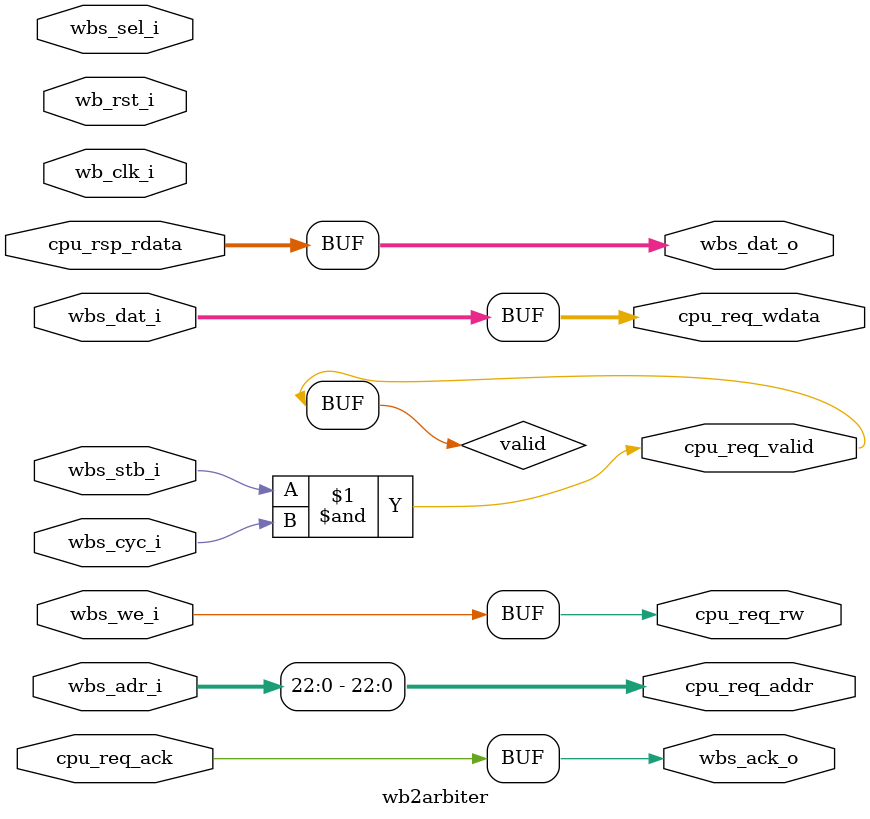
<source format=v>
module wb2arbiter (
    // wb interface
    input         wb_clk_i,
    input         wb_rst_i,
    input         wbs_stb_i,
    input         wbs_cyc_i,
    input         wbs_we_i,
    input  [3:0]  wbs_sel_i,
    input  [31:0] wbs_dat_i,
    input  [31:0] wbs_adr_i,
    output        wbs_ack_o,
    output [31:0] wbs_dat_o,
    // arbiter interface
    output        cpu_req_valid,
    output [22:0] cpu_req_addr,
    output        cpu_req_rw,
    output [31:0] cpu_req_wdata,
    input         cpu_req_ack,
    input  [31:0] cpu_rsp_rdata
);
    wire valid;
    
    assign valid = wbs_stb_i & wbs_cyc_i;

    // wb to arbiter
    assign cpu_req_valid = valid;
    assign cpu_req_addr = wbs_adr_i[22:0]; // TODO: check addr width
    assign cpu_req_rw = wbs_we_i;
    assign cpu_req_wdata = wbs_dat_i;

    // arbiter to wb
    assign wbs_ack_o = cpu_req_ack;
    assign wbs_dat_o = cpu_rsp_rdata;

endmodule
</source>
